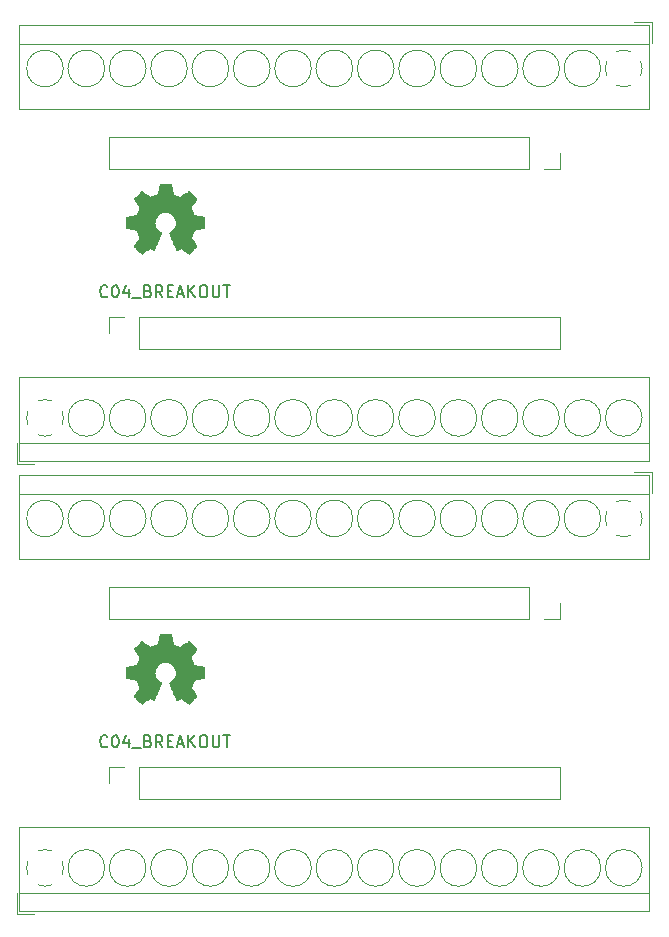
<source format=gbr>
G04 #@! TF.GenerationSoftware,KiCad,Pcbnew,5.1.5-52549c5~86~ubuntu18.04.1*
G04 #@! TF.CreationDate,2020-09-14T14:07:13-05:00*
G04 #@! TF.ProjectId,,58585858-5858-4585-9858-585858585858,rev?*
G04 #@! TF.SameCoordinates,Original*
G04 #@! TF.FileFunction,Legend,Top*
G04 #@! TF.FilePolarity,Positive*
%FSLAX46Y46*%
G04 Gerber Fmt 4.6, Leading zero omitted, Abs format (unit mm)*
G04 Created by KiCad (PCBNEW 5.1.5-52549c5~86~ubuntu18.04.1) date 2020-09-14 14:07:13*
%MOMM*%
%LPD*%
G04 APERTURE LIST*
%ADD10C,0.150000*%
%ADD11C,0.120000*%
%ADD12C,0.010000*%
G04 APERTURE END LIST*
D10*
X66667666Y-98121742D02*
X66620047Y-98169361D01*
X66477190Y-98216980D01*
X66381952Y-98216980D01*
X66239095Y-98169361D01*
X66143857Y-98074123D01*
X66096238Y-97978885D01*
X66048619Y-97788409D01*
X66048619Y-97645552D01*
X66096238Y-97455076D01*
X66143857Y-97359838D01*
X66239095Y-97264600D01*
X66381952Y-97216980D01*
X66477190Y-97216980D01*
X66620047Y-97264600D01*
X66667666Y-97312219D01*
X67286714Y-97216980D02*
X67381952Y-97216980D01*
X67477190Y-97264600D01*
X67524809Y-97312219D01*
X67572428Y-97407457D01*
X67620047Y-97597933D01*
X67620047Y-97836028D01*
X67572428Y-98026504D01*
X67524809Y-98121742D01*
X67477190Y-98169361D01*
X67381952Y-98216980D01*
X67286714Y-98216980D01*
X67191476Y-98169361D01*
X67143857Y-98121742D01*
X67096238Y-98026504D01*
X67048619Y-97836028D01*
X67048619Y-97597933D01*
X67096238Y-97407457D01*
X67143857Y-97312219D01*
X67191476Y-97264600D01*
X67286714Y-97216980D01*
X68477190Y-97550314D02*
X68477190Y-98216980D01*
X68239095Y-97169361D02*
X68001000Y-97883647D01*
X68620047Y-97883647D01*
X68762904Y-98312219D02*
X69524809Y-98312219D01*
X70096238Y-97693171D02*
X70239095Y-97740790D01*
X70286714Y-97788409D01*
X70334333Y-97883647D01*
X70334333Y-98026504D01*
X70286714Y-98121742D01*
X70239095Y-98169361D01*
X70143857Y-98216980D01*
X69762904Y-98216980D01*
X69762904Y-97216980D01*
X70096238Y-97216980D01*
X70191476Y-97264600D01*
X70239095Y-97312219D01*
X70286714Y-97407457D01*
X70286714Y-97502695D01*
X70239095Y-97597933D01*
X70191476Y-97645552D01*
X70096238Y-97693171D01*
X69762904Y-97693171D01*
X71334333Y-98216980D02*
X71001000Y-97740790D01*
X70762904Y-98216980D02*
X70762904Y-97216980D01*
X71143857Y-97216980D01*
X71239095Y-97264600D01*
X71286714Y-97312219D01*
X71334333Y-97407457D01*
X71334333Y-97550314D01*
X71286714Y-97645552D01*
X71239095Y-97693171D01*
X71143857Y-97740790D01*
X70762904Y-97740790D01*
X71762904Y-97693171D02*
X72096238Y-97693171D01*
X72239095Y-98216980D02*
X71762904Y-98216980D01*
X71762904Y-97216980D01*
X72239095Y-97216980D01*
X72620047Y-97931266D02*
X73096238Y-97931266D01*
X72524809Y-98216980D02*
X72858142Y-97216980D01*
X73191476Y-98216980D01*
X73524809Y-98216980D02*
X73524809Y-97216980D01*
X74096238Y-98216980D02*
X73667666Y-97645552D01*
X74096238Y-97216980D02*
X73524809Y-97788409D01*
X74715285Y-97216980D02*
X74905761Y-97216980D01*
X75001000Y-97264600D01*
X75096238Y-97359838D01*
X75143857Y-97550314D01*
X75143857Y-97883647D01*
X75096238Y-98074123D01*
X75001000Y-98169361D01*
X74905761Y-98216980D01*
X74715285Y-98216980D01*
X74620047Y-98169361D01*
X74524809Y-98074123D01*
X74477190Y-97883647D01*
X74477190Y-97550314D01*
X74524809Y-97359838D01*
X74620047Y-97264600D01*
X74715285Y-97216980D01*
X75572428Y-97216980D02*
X75572428Y-98026504D01*
X75620047Y-98121742D01*
X75667666Y-98169361D01*
X75762904Y-98216980D01*
X75953380Y-98216980D01*
X76048619Y-98169361D01*
X76096238Y-98121742D01*
X76143857Y-98026504D01*
X76143857Y-97216980D01*
X76477190Y-97216980D02*
X77048619Y-97216980D01*
X76762904Y-98216980D02*
X76762904Y-97216980D01*
X66667666Y-60021742D02*
X66620047Y-60069361D01*
X66477190Y-60116980D01*
X66381952Y-60116980D01*
X66239095Y-60069361D01*
X66143857Y-59974123D01*
X66096238Y-59878885D01*
X66048619Y-59688409D01*
X66048619Y-59545552D01*
X66096238Y-59355076D01*
X66143857Y-59259838D01*
X66239095Y-59164600D01*
X66381952Y-59116980D01*
X66477190Y-59116980D01*
X66620047Y-59164600D01*
X66667666Y-59212219D01*
X67286714Y-59116980D02*
X67381952Y-59116980D01*
X67477190Y-59164600D01*
X67524809Y-59212219D01*
X67572428Y-59307457D01*
X67620047Y-59497933D01*
X67620047Y-59736028D01*
X67572428Y-59926504D01*
X67524809Y-60021742D01*
X67477190Y-60069361D01*
X67381952Y-60116980D01*
X67286714Y-60116980D01*
X67191476Y-60069361D01*
X67143857Y-60021742D01*
X67096238Y-59926504D01*
X67048619Y-59736028D01*
X67048619Y-59497933D01*
X67096238Y-59307457D01*
X67143857Y-59212219D01*
X67191476Y-59164600D01*
X67286714Y-59116980D01*
X68477190Y-59450314D02*
X68477190Y-60116980D01*
X68239095Y-59069361D02*
X68001000Y-59783647D01*
X68620047Y-59783647D01*
X68762904Y-60212219D02*
X69524809Y-60212219D01*
X70096238Y-59593171D02*
X70239095Y-59640790D01*
X70286714Y-59688409D01*
X70334333Y-59783647D01*
X70334333Y-59926504D01*
X70286714Y-60021742D01*
X70239095Y-60069361D01*
X70143857Y-60116980D01*
X69762904Y-60116980D01*
X69762904Y-59116980D01*
X70096238Y-59116980D01*
X70191476Y-59164600D01*
X70239095Y-59212219D01*
X70286714Y-59307457D01*
X70286714Y-59402695D01*
X70239095Y-59497933D01*
X70191476Y-59545552D01*
X70096238Y-59593171D01*
X69762904Y-59593171D01*
X71334333Y-60116980D02*
X71001000Y-59640790D01*
X70762904Y-60116980D02*
X70762904Y-59116980D01*
X71143857Y-59116980D01*
X71239095Y-59164600D01*
X71286714Y-59212219D01*
X71334333Y-59307457D01*
X71334333Y-59450314D01*
X71286714Y-59545552D01*
X71239095Y-59593171D01*
X71143857Y-59640790D01*
X70762904Y-59640790D01*
X71762904Y-59593171D02*
X72096238Y-59593171D01*
X72239095Y-60116980D02*
X71762904Y-60116980D01*
X71762904Y-59116980D01*
X72239095Y-59116980D01*
X72620047Y-59831266D02*
X73096238Y-59831266D01*
X72524809Y-60116980D02*
X72858142Y-59116980D01*
X73191476Y-60116980D01*
X73524809Y-60116980D02*
X73524809Y-59116980D01*
X74096238Y-60116980D02*
X73667666Y-59545552D01*
X74096238Y-59116980D02*
X73524809Y-59688409D01*
X74715285Y-59116980D02*
X74905761Y-59116980D01*
X75001000Y-59164600D01*
X75096238Y-59259838D01*
X75143857Y-59450314D01*
X75143857Y-59783647D01*
X75096238Y-59974123D01*
X75001000Y-60069361D01*
X74905761Y-60116980D01*
X74715285Y-60116980D01*
X74620047Y-60069361D01*
X74524809Y-59974123D01*
X74477190Y-59783647D01*
X74477190Y-59450314D01*
X74524809Y-59259838D01*
X74620047Y-59164600D01*
X74715285Y-59116980D01*
X75572428Y-59116980D02*
X75572428Y-59926504D01*
X75620047Y-60021742D01*
X75667666Y-60069361D01*
X75762904Y-60116980D01*
X75953380Y-60116980D01*
X76048619Y-60069361D01*
X76096238Y-60021742D01*
X76143857Y-59926504D01*
X76143857Y-59116980D01*
X76477190Y-59116980D02*
X77048619Y-59116980D01*
X76762904Y-60116980D02*
X76762904Y-59116980D01*
D11*
X109780013Y-77410215D02*
G75*
G02X110387600Y-77286600I607587J-1431385D01*
G01*
X108955491Y-79449342D02*
G75*
G02X108955600Y-78233600I1432109J607742D01*
G01*
X110995342Y-80273709D02*
G75*
G02X109779600Y-80273600I-607742J1432109D01*
G01*
X111819709Y-78233858D02*
G75*
G02X111819600Y-79449600I-1432109J-607742D01*
G01*
X110360589Y-77286108D02*
G75*
G02X110995600Y-77409600I27011J-1555492D01*
G01*
X108442600Y-78841600D02*
G75*
G03X108442600Y-78841600I-1555000J0D01*
G01*
X104942600Y-78841600D02*
G75*
G03X104942600Y-78841600I-1555000J0D01*
G01*
X101442600Y-78841600D02*
G75*
G03X101442600Y-78841600I-1555000J0D01*
G01*
X97942600Y-78841600D02*
G75*
G03X97942600Y-78841600I-1555000J0D01*
G01*
X94442600Y-78841600D02*
G75*
G03X94442600Y-78841600I-1555000J0D01*
G01*
X90942600Y-78841600D02*
G75*
G03X90942600Y-78841600I-1555000J0D01*
G01*
X87442600Y-78841600D02*
G75*
G03X87442600Y-78841600I-1555000J0D01*
G01*
X83942600Y-78841600D02*
G75*
G03X83942600Y-78841600I-1555000J0D01*
G01*
X80442600Y-78841600D02*
G75*
G03X80442600Y-78841600I-1555000J0D01*
G01*
X76942600Y-78841600D02*
G75*
G03X76942600Y-78841600I-1555000J0D01*
G01*
X73442600Y-78841600D02*
G75*
G03X73442600Y-78841600I-1555000J0D01*
G01*
X69942600Y-78841600D02*
G75*
G03X69942600Y-78841600I-1555000J0D01*
G01*
X66442600Y-78841600D02*
G75*
G03X66442600Y-78841600I-1555000J0D01*
G01*
X62942600Y-78841600D02*
G75*
G03X62942600Y-78841600I-1555000J0D01*
G01*
X112547600Y-76741600D02*
X59227600Y-76741600D01*
X112547600Y-82301600D02*
X59227600Y-82301600D01*
X112547600Y-75181600D02*
X59227600Y-75181600D01*
X112547600Y-82301600D02*
X112547600Y-75181600D01*
X59227600Y-82301600D02*
X59227600Y-75181600D01*
X112787600Y-76681600D02*
X112787600Y-74941600D01*
X112787600Y-74941600D02*
X111287600Y-74941600D01*
X102397600Y-84684600D02*
X102397600Y-87344600D01*
X102397600Y-84684600D02*
X66777600Y-84684600D01*
X66777600Y-84684600D02*
X66777600Y-87344600D01*
X102397600Y-87344600D02*
X66777600Y-87344600D01*
X104997600Y-87344600D02*
X103667600Y-87344600D01*
X104997600Y-86014600D02*
X104997600Y-87344600D01*
X61995187Y-109858985D02*
G75*
G02X61387600Y-109982600I-607587J1431385D01*
G01*
X62819709Y-107819858D02*
G75*
G02X62819600Y-109035600I-1432109J-607742D01*
G01*
X60779858Y-106995491D02*
G75*
G02X61995600Y-106995600I607742J-1432109D01*
G01*
X59955491Y-109035342D02*
G75*
G02X59955600Y-107819600I1432109J607742D01*
G01*
X61414611Y-109983092D02*
G75*
G02X60779600Y-109859600I-27011J1555492D01*
G01*
X66442600Y-108427600D02*
G75*
G03X66442600Y-108427600I-1555000J0D01*
G01*
X69942600Y-108427600D02*
G75*
G03X69942600Y-108427600I-1555000J0D01*
G01*
X73442600Y-108427600D02*
G75*
G03X73442600Y-108427600I-1555000J0D01*
G01*
X76942600Y-108427600D02*
G75*
G03X76942600Y-108427600I-1555000J0D01*
G01*
X80442600Y-108427600D02*
G75*
G03X80442600Y-108427600I-1555000J0D01*
G01*
X83942600Y-108427600D02*
G75*
G03X83942600Y-108427600I-1555000J0D01*
G01*
X87442600Y-108427600D02*
G75*
G03X87442600Y-108427600I-1555000J0D01*
G01*
X90942600Y-108427600D02*
G75*
G03X90942600Y-108427600I-1555000J0D01*
G01*
X94442600Y-108427600D02*
G75*
G03X94442600Y-108427600I-1555000J0D01*
G01*
X97942600Y-108427600D02*
G75*
G03X97942600Y-108427600I-1555000J0D01*
G01*
X101442600Y-108427600D02*
G75*
G03X101442600Y-108427600I-1555000J0D01*
G01*
X104942600Y-108427600D02*
G75*
G03X104942600Y-108427600I-1555000J0D01*
G01*
X108442600Y-108427600D02*
G75*
G03X108442600Y-108427600I-1555000J0D01*
G01*
X111942600Y-108427600D02*
G75*
G03X111942600Y-108427600I-1555000J0D01*
G01*
X59227600Y-110527600D02*
X112547600Y-110527600D01*
X59227600Y-104967600D02*
X112547600Y-104967600D01*
X59227600Y-112087600D02*
X112547600Y-112087600D01*
X59227600Y-104967600D02*
X59227600Y-112087600D01*
X112547600Y-104967600D02*
X112547600Y-112087600D01*
X58987600Y-110587600D02*
X58987600Y-112327600D01*
X58987600Y-112327600D02*
X60487600Y-112327600D01*
X69377600Y-102584600D02*
X69377600Y-99924600D01*
X69377600Y-102584600D02*
X104997600Y-102584600D01*
X104997600Y-102584600D02*
X104997600Y-99924600D01*
X69377600Y-99924600D02*
X104997600Y-99924600D01*
X66777600Y-99924600D02*
X68107600Y-99924600D01*
X66777600Y-101254600D02*
X66777600Y-99924600D01*
D12*
G36*
X72107614Y-89035931D02*
G01*
X72191435Y-89480555D01*
X72500720Y-89608053D01*
X72810006Y-89735551D01*
X73181046Y-89483246D01*
X73284957Y-89412996D01*
X73378887Y-89350272D01*
X73458452Y-89297938D01*
X73519270Y-89258857D01*
X73556957Y-89235893D01*
X73567221Y-89230942D01*
X73585710Y-89243676D01*
X73625220Y-89278882D01*
X73681322Y-89332062D01*
X73749587Y-89398718D01*
X73825586Y-89474354D01*
X73904892Y-89554472D01*
X73983075Y-89634574D01*
X74055707Y-89710164D01*
X74118359Y-89776745D01*
X74166603Y-89829818D01*
X74196010Y-89864887D01*
X74203041Y-89876623D01*
X74192923Y-89898260D01*
X74164559Y-89945662D01*
X74120929Y-90014193D01*
X74065018Y-90099215D01*
X73999806Y-90196093D01*
X73962019Y-90251350D01*
X73893143Y-90352248D01*
X73831940Y-90443299D01*
X73781378Y-90519970D01*
X73744428Y-90577728D01*
X73724058Y-90612043D01*
X73720997Y-90619254D01*
X73727936Y-90639748D01*
X73746851Y-90687513D01*
X73774887Y-90755832D01*
X73809191Y-90837989D01*
X73846909Y-90927270D01*
X73885187Y-91016958D01*
X73921170Y-91100338D01*
X73952006Y-91170694D01*
X73974839Y-91221310D01*
X73986817Y-91245471D01*
X73987524Y-91246422D01*
X74006331Y-91251036D01*
X74056418Y-91261328D01*
X74132593Y-91276287D01*
X74229665Y-91294901D01*
X74342443Y-91316159D01*
X74408242Y-91328418D01*
X74528750Y-91351362D01*
X74637597Y-91373195D01*
X74729276Y-91392722D01*
X74798281Y-91408748D01*
X74839104Y-91420079D01*
X74847311Y-91423674D01*
X74855348Y-91448006D01*
X74861833Y-91502959D01*
X74866770Y-91582108D01*
X74870164Y-91679026D01*
X74872018Y-91787287D01*
X74872338Y-91900465D01*
X74871127Y-92012135D01*
X74868390Y-92115868D01*
X74864131Y-92205241D01*
X74858355Y-92273826D01*
X74851067Y-92315197D01*
X74846695Y-92323810D01*
X74820564Y-92334133D01*
X74765193Y-92348892D01*
X74687907Y-92366352D01*
X74596030Y-92384780D01*
X74563958Y-92390741D01*
X74409324Y-92419066D01*
X74287175Y-92441876D01*
X74193473Y-92460080D01*
X74124184Y-92474583D01*
X74075271Y-92486292D01*
X74042697Y-92496115D01*
X74022428Y-92504956D01*
X74010426Y-92513724D01*
X74008747Y-92515457D01*
X73991984Y-92543371D01*
X73966414Y-92597695D01*
X73934588Y-92671777D01*
X73899060Y-92758965D01*
X73862383Y-92852608D01*
X73827111Y-92946052D01*
X73795796Y-93032647D01*
X73770993Y-93105740D01*
X73755254Y-93158678D01*
X73751132Y-93184811D01*
X73751476Y-93185726D01*
X73765441Y-93207086D01*
X73797122Y-93254084D01*
X73843191Y-93321827D01*
X73900318Y-93405423D01*
X73965173Y-93499982D01*
X73983643Y-93526854D01*
X74049499Y-93624275D01*
X74107450Y-93713163D01*
X74154338Y-93788412D01*
X74187007Y-93844920D01*
X74202300Y-93877581D01*
X74203041Y-93881593D01*
X74190192Y-93902684D01*
X74154688Y-93944464D01*
X74101093Y-94002445D01*
X74033971Y-94072135D01*
X73957887Y-94149045D01*
X73877404Y-94228683D01*
X73797087Y-94306561D01*
X73721499Y-94378186D01*
X73655205Y-94439070D01*
X73602769Y-94484721D01*
X73568755Y-94510650D01*
X73559345Y-94514883D01*
X73537443Y-94504912D01*
X73492600Y-94478020D01*
X73432121Y-94438736D01*
X73385589Y-94407117D01*
X73301275Y-94349098D01*
X73201426Y-94280784D01*
X73101273Y-94212579D01*
X73047427Y-94176075D01*
X72865171Y-94052800D01*
X72712181Y-94135520D01*
X72642482Y-94171759D01*
X72583214Y-94199926D01*
X72543111Y-94215991D01*
X72532903Y-94218226D01*
X72520629Y-94201722D01*
X72496413Y-94155082D01*
X72462063Y-94082609D01*
X72419388Y-93988606D01*
X72370194Y-93877374D01*
X72316290Y-93753215D01*
X72259484Y-93620432D01*
X72201582Y-93483327D01*
X72144393Y-93346202D01*
X72089724Y-93213358D01*
X72039384Y-93089098D01*
X71995180Y-92977725D01*
X71958919Y-92883539D01*
X71932409Y-92810844D01*
X71917458Y-92763941D01*
X71915054Y-92747833D01*
X71934111Y-92727286D01*
X71975836Y-92693933D01*
X72031506Y-92654702D01*
X72036178Y-92651599D01*
X72180064Y-92536423D01*
X72296083Y-92402053D01*
X72383230Y-92252784D01*
X72440499Y-92092913D01*
X72466886Y-91926737D01*
X72461385Y-91758552D01*
X72422990Y-91592655D01*
X72350695Y-91433342D01*
X72329426Y-91398487D01*
X72218796Y-91257737D01*
X72088102Y-91144714D01*
X71941864Y-91060003D01*
X71784608Y-91004194D01*
X71620857Y-90977874D01*
X71455133Y-90981630D01*
X71291962Y-91016050D01*
X71135865Y-91081723D01*
X70991367Y-91179235D01*
X70946669Y-91218813D01*
X70832912Y-91342703D01*
X70750018Y-91473124D01*
X70693156Y-91619315D01*
X70661487Y-91764088D01*
X70653669Y-91926860D01*
X70679738Y-92090440D01*
X70737045Y-92249298D01*
X70822944Y-92397906D01*
X70934786Y-92530735D01*
X71069923Y-92642256D01*
X71087683Y-92654011D01*
X71143950Y-92692508D01*
X71186723Y-92725863D01*
X71207172Y-92747160D01*
X71207469Y-92747833D01*
X71203079Y-92770871D01*
X71185676Y-92823157D01*
X71157068Y-92900390D01*
X71119065Y-92998268D01*
X71073474Y-93112491D01*
X71022103Y-93238758D01*
X70966762Y-93372767D01*
X70909258Y-93510218D01*
X70851401Y-93646808D01*
X70794998Y-93778237D01*
X70741858Y-93900205D01*
X70693790Y-94008409D01*
X70652601Y-94098549D01*
X70620101Y-94166323D01*
X70598097Y-94207430D01*
X70589236Y-94218226D01*
X70562160Y-94209819D01*
X70511497Y-94187272D01*
X70445983Y-94154613D01*
X70409959Y-94135520D01*
X70256968Y-94052800D01*
X70074712Y-94176075D01*
X69981675Y-94239228D01*
X69879815Y-94308727D01*
X69784362Y-94374165D01*
X69736550Y-94407117D01*
X69669305Y-94452273D01*
X69612364Y-94488057D01*
X69573154Y-94509938D01*
X69560419Y-94514563D01*
X69541883Y-94502085D01*
X69500859Y-94467252D01*
X69441325Y-94413678D01*
X69367258Y-94344983D01*
X69282635Y-94264781D01*
X69229115Y-94213286D01*
X69135481Y-94121286D01*
X69054559Y-94038999D01*
X68989623Y-93969945D01*
X68943942Y-93917644D01*
X68920789Y-93885616D01*
X68918568Y-93879116D01*
X68928876Y-93854394D01*
X68957361Y-93804405D01*
X69000863Y-93734212D01*
X69056223Y-93648875D01*
X69120280Y-93553456D01*
X69138497Y-93526854D01*
X69204873Y-93430167D01*
X69264422Y-93343117D01*
X69313816Y-93270595D01*
X69349725Y-93217493D01*
X69368819Y-93188703D01*
X69370664Y-93185726D01*
X69367905Y-93162782D01*
X69353262Y-93112336D01*
X69329287Y-93041041D01*
X69298534Y-92955547D01*
X69263556Y-92862507D01*
X69226907Y-92768574D01*
X69191139Y-92680399D01*
X69158806Y-92604634D01*
X69132462Y-92547931D01*
X69114658Y-92516943D01*
X69113393Y-92515457D01*
X69102506Y-92506601D01*
X69084118Y-92497843D01*
X69054194Y-92488277D01*
X69008697Y-92476996D01*
X68943591Y-92463093D01*
X68854839Y-92445663D01*
X68738407Y-92423798D01*
X68590258Y-92396591D01*
X68558182Y-92390741D01*
X68463114Y-92372374D01*
X68380235Y-92354405D01*
X68316870Y-92338569D01*
X68280342Y-92326600D01*
X68275444Y-92323810D01*
X68267373Y-92299072D01*
X68260813Y-92243790D01*
X68255767Y-92164389D01*
X68252241Y-92067296D01*
X68250239Y-91958938D01*
X68249764Y-91845740D01*
X68250823Y-91734128D01*
X68253418Y-91630529D01*
X68257554Y-91541368D01*
X68263237Y-91473072D01*
X68270469Y-91432066D01*
X68274829Y-91423674D01*
X68299102Y-91415208D01*
X68354374Y-91401435D01*
X68435138Y-91383550D01*
X68535888Y-91362748D01*
X68651117Y-91340223D01*
X68713898Y-91328418D01*
X68833013Y-91306151D01*
X68939235Y-91285979D01*
X69027373Y-91268915D01*
X69092234Y-91255969D01*
X69128626Y-91248155D01*
X69134616Y-91246422D01*
X69144739Y-91226890D01*
X69166138Y-91179843D01*
X69195961Y-91112003D01*
X69231355Y-91030091D01*
X69269468Y-90940828D01*
X69307447Y-90850935D01*
X69342440Y-90767135D01*
X69371594Y-90696147D01*
X69392057Y-90644694D01*
X69400977Y-90619497D01*
X69401143Y-90618396D01*
X69391031Y-90598519D01*
X69362683Y-90552777D01*
X69319077Y-90485717D01*
X69263194Y-90401884D01*
X69198013Y-90305826D01*
X69160121Y-90250650D01*
X69091075Y-90149481D01*
X69029750Y-90057630D01*
X68979137Y-89979744D01*
X68942229Y-89920469D01*
X68922018Y-89884451D01*
X68919099Y-89876377D01*
X68931647Y-89857584D01*
X68966337Y-89817457D01*
X69018737Y-89760493D01*
X69084416Y-89691185D01*
X69158944Y-89614031D01*
X69237887Y-89533525D01*
X69316817Y-89454163D01*
X69391300Y-89380440D01*
X69456906Y-89316852D01*
X69509204Y-89267894D01*
X69543761Y-89238061D01*
X69555322Y-89230942D01*
X69574146Y-89240953D01*
X69619169Y-89269078D01*
X69686013Y-89312454D01*
X69770301Y-89368218D01*
X69867656Y-89433506D01*
X69941093Y-89483246D01*
X70312133Y-89735551D01*
X70930705Y-89480555D01*
X71014525Y-89035931D01*
X71098346Y-88591307D01*
X72023794Y-88591307D01*
X72107614Y-89035931D01*
G37*
X72107614Y-89035931D02*
X72191435Y-89480555D01*
X72500720Y-89608053D01*
X72810006Y-89735551D01*
X73181046Y-89483246D01*
X73284957Y-89412996D01*
X73378887Y-89350272D01*
X73458452Y-89297938D01*
X73519270Y-89258857D01*
X73556957Y-89235893D01*
X73567221Y-89230942D01*
X73585710Y-89243676D01*
X73625220Y-89278882D01*
X73681322Y-89332062D01*
X73749587Y-89398718D01*
X73825586Y-89474354D01*
X73904892Y-89554472D01*
X73983075Y-89634574D01*
X74055707Y-89710164D01*
X74118359Y-89776745D01*
X74166603Y-89829818D01*
X74196010Y-89864887D01*
X74203041Y-89876623D01*
X74192923Y-89898260D01*
X74164559Y-89945662D01*
X74120929Y-90014193D01*
X74065018Y-90099215D01*
X73999806Y-90196093D01*
X73962019Y-90251350D01*
X73893143Y-90352248D01*
X73831940Y-90443299D01*
X73781378Y-90519970D01*
X73744428Y-90577728D01*
X73724058Y-90612043D01*
X73720997Y-90619254D01*
X73727936Y-90639748D01*
X73746851Y-90687513D01*
X73774887Y-90755832D01*
X73809191Y-90837989D01*
X73846909Y-90927270D01*
X73885187Y-91016958D01*
X73921170Y-91100338D01*
X73952006Y-91170694D01*
X73974839Y-91221310D01*
X73986817Y-91245471D01*
X73987524Y-91246422D01*
X74006331Y-91251036D01*
X74056418Y-91261328D01*
X74132593Y-91276287D01*
X74229665Y-91294901D01*
X74342443Y-91316159D01*
X74408242Y-91328418D01*
X74528750Y-91351362D01*
X74637597Y-91373195D01*
X74729276Y-91392722D01*
X74798281Y-91408748D01*
X74839104Y-91420079D01*
X74847311Y-91423674D01*
X74855348Y-91448006D01*
X74861833Y-91502959D01*
X74866770Y-91582108D01*
X74870164Y-91679026D01*
X74872018Y-91787287D01*
X74872338Y-91900465D01*
X74871127Y-92012135D01*
X74868390Y-92115868D01*
X74864131Y-92205241D01*
X74858355Y-92273826D01*
X74851067Y-92315197D01*
X74846695Y-92323810D01*
X74820564Y-92334133D01*
X74765193Y-92348892D01*
X74687907Y-92366352D01*
X74596030Y-92384780D01*
X74563958Y-92390741D01*
X74409324Y-92419066D01*
X74287175Y-92441876D01*
X74193473Y-92460080D01*
X74124184Y-92474583D01*
X74075271Y-92486292D01*
X74042697Y-92496115D01*
X74022428Y-92504956D01*
X74010426Y-92513724D01*
X74008747Y-92515457D01*
X73991984Y-92543371D01*
X73966414Y-92597695D01*
X73934588Y-92671777D01*
X73899060Y-92758965D01*
X73862383Y-92852608D01*
X73827111Y-92946052D01*
X73795796Y-93032647D01*
X73770993Y-93105740D01*
X73755254Y-93158678D01*
X73751132Y-93184811D01*
X73751476Y-93185726D01*
X73765441Y-93207086D01*
X73797122Y-93254084D01*
X73843191Y-93321827D01*
X73900318Y-93405423D01*
X73965173Y-93499982D01*
X73983643Y-93526854D01*
X74049499Y-93624275D01*
X74107450Y-93713163D01*
X74154338Y-93788412D01*
X74187007Y-93844920D01*
X74202300Y-93877581D01*
X74203041Y-93881593D01*
X74190192Y-93902684D01*
X74154688Y-93944464D01*
X74101093Y-94002445D01*
X74033971Y-94072135D01*
X73957887Y-94149045D01*
X73877404Y-94228683D01*
X73797087Y-94306561D01*
X73721499Y-94378186D01*
X73655205Y-94439070D01*
X73602769Y-94484721D01*
X73568755Y-94510650D01*
X73559345Y-94514883D01*
X73537443Y-94504912D01*
X73492600Y-94478020D01*
X73432121Y-94438736D01*
X73385589Y-94407117D01*
X73301275Y-94349098D01*
X73201426Y-94280784D01*
X73101273Y-94212579D01*
X73047427Y-94176075D01*
X72865171Y-94052800D01*
X72712181Y-94135520D01*
X72642482Y-94171759D01*
X72583214Y-94199926D01*
X72543111Y-94215991D01*
X72532903Y-94218226D01*
X72520629Y-94201722D01*
X72496413Y-94155082D01*
X72462063Y-94082609D01*
X72419388Y-93988606D01*
X72370194Y-93877374D01*
X72316290Y-93753215D01*
X72259484Y-93620432D01*
X72201582Y-93483327D01*
X72144393Y-93346202D01*
X72089724Y-93213358D01*
X72039384Y-93089098D01*
X71995180Y-92977725D01*
X71958919Y-92883539D01*
X71932409Y-92810844D01*
X71917458Y-92763941D01*
X71915054Y-92747833D01*
X71934111Y-92727286D01*
X71975836Y-92693933D01*
X72031506Y-92654702D01*
X72036178Y-92651599D01*
X72180064Y-92536423D01*
X72296083Y-92402053D01*
X72383230Y-92252784D01*
X72440499Y-92092913D01*
X72466886Y-91926737D01*
X72461385Y-91758552D01*
X72422990Y-91592655D01*
X72350695Y-91433342D01*
X72329426Y-91398487D01*
X72218796Y-91257737D01*
X72088102Y-91144714D01*
X71941864Y-91060003D01*
X71784608Y-91004194D01*
X71620857Y-90977874D01*
X71455133Y-90981630D01*
X71291962Y-91016050D01*
X71135865Y-91081723D01*
X70991367Y-91179235D01*
X70946669Y-91218813D01*
X70832912Y-91342703D01*
X70750018Y-91473124D01*
X70693156Y-91619315D01*
X70661487Y-91764088D01*
X70653669Y-91926860D01*
X70679738Y-92090440D01*
X70737045Y-92249298D01*
X70822944Y-92397906D01*
X70934786Y-92530735D01*
X71069923Y-92642256D01*
X71087683Y-92654011D01*
X71143950Y-92692508D01*
X71186723Y-92725863D01*
X71207172Y-92747160D01*
X71207469Y-92747833D01*
X71203079Y-92770871D01*
X71185676Y-92823157D01*
X71157068Y-92900390D01*
X71119065Y-92998268D01*
X71073474Y-93112491D01*
X71022103Y-93238758D01*
X70966762Y-93372767D01*
X70909258Y-93510218D01*
X70851401Y-93646808D01*
X70794998Y-93778237D01*
X70741858Y-93900205D01*
X70693790Y-94008409D01*
X70652601Y-94098549D01*
X70620101Y-94166323D01*
X70598097Y-94207430D01*
X70589236Y-94218226D01*
X70562160Y-94209819D01*
X70511497Y-94187272D01*
X70445983Y-94154613D01*
X70409959Y-94135520D01*
X70256968Y-94052800D01*
X70074712Y-94176075D01*
X69981675Y-94239228D01*
X69879815Y-94308727D01*
X69784362Y-94374165D01*
X69736550Y-94407117D01*
X69669305Y-94452273D01*
X69612364Y-94488057D01*
X69573154Y-94509938D01*
X69560419Y-94514563D01*
X69541883Y-94502085D01*
X69500859Y-94467252D01*
X69441325Y-94413678D01*
X69367258Y-94344983D01*
X69282635Y-94264781D01*
X69229115Y-94213286D01*
X69135481Y-94121286D01*
X69054559Y-94038999D01*
X68989623Y-93969945D01*
X68943942Y-93917644D01*
X68920789Y-93885616D01*
X68918568Y-93879116D01*
X68928876Y-93854394D01*
X68957361Y-93804405D01*
X69000863Y-93734212D01*
X69056223Y-93648875D01*
X69120280Y-93553456D01*
X69138497Y-93526854D01*
X69204873Y-93430167D01*
X69264422Y-93343117D01*
X69313816Y-93270595D01*
X69349725Y-93217493D01*
X69368819Y-93188703D01*
X69370664Y-93185726D01*
X69367905Y-93162782D01*
X69353262Y-93112336D01*
X69329287Y-93041041D01*
X69298534Y-92955547D01*
X69263556Y-92862507D01*
X69226907Y-92768574D01*
X69191139Y-92680399D01*
X69158806Y-92604634D01*
X69132462Y-92547931D01*
X69114658Y-92516943D01*
X69113393Y-92515457D01*
X69102506Y-92506601D01*
X69084118Y-92497843D01*
X69054194Y-92488277D01*
X69008697Y-92476996D01*
X68943591Y-92463093D01*
X68854839Y-92445663D01*
X68738407Y-92423798D01*
X68590258Y-92396591D01*
X68558182Y-92390741D01*
X68463114Y-92372374D01*
X68380235Y-92354405D01*
X68316870Y-92338569D01*
X68280342Y-92326600D01*
X68275444Y-92323810D01*
X68267373Y-92299072D01*
X68260813Y-92243790D01*
X68255767Y-92164389D01*
X68252241Y-92067296D01*
X68250239Y-91958938D01*
X68249764Y-91845740D01*
X68250823Y-91734128D01*
X68253418Y-91630529D01*
X68257554Y-91541368D01*
X68263237Y-91473072D01*
X68270469Y-91432066D01*
X68274829Y-91423674D01*
X68299102Y-91415208D01*
X68354374Y-91401435D01*
X68435138Y-91383550D01*
X68535888Y-91362748D01*
X68651117Y-91340223D01*
X68713898Y-91328418D01*
X68833013Y-91306151D01*
X68939235Y-91285979D01*
X69027373Y-91268915D01*
X69092234Y-91255969D01*
X69128626Y-91248155D01*
X69134616Y-91246422D01*
X69144739Y-91226890D01*
X69166138Y-91179843D01*
X69195961Y-91112003D01*
X69231355Y-91030091D01*
X69269468Y-90940828D01*
X69307447Y-90850935D01*
X69342440Y-90767135D01*
X69371594Y-90696147D01*
X69392057Y-90644694D01*
X69400977Y-90619497D01*
X69401143Y-90618396D01*
X69391031Y-90598519D01*
X69362683Y-90552777D01*
X69319077Y-90485717D01*
X69263194Y-90401884D01*
X69198013Y-90305826D01*
X69160121Y-90250650D01*
X69091075Y-90149481D01*
X69029750Y-90057630D01*
X68979137Y-89979744D01*
X68942229Y-89920469D01*
X68922018Y-89884451D01*
X68919099Y-89876377D01*
X68931647Y-89857584D01*
X68966337Y-89817457D01*
X69018737Y-89760493D01*
X69084416Y-89691185D01*
X69158944Y-89614031D01*
X69237887Y-89533525D01*
X69316817Y-89454163D01*
X69391300Y-89380440D01*
X69456906Y-89316852D01*
X69509204Y-89267894D01*
X69543761Y-89238061D01*
X69555322Y-89230942D01*
X69574146Y-89240953D01*
X69619169Y-89269078D01*
X69686013Y-89312454D01*
X69770301Y-89368218D01*
X69867656Y-89433506D01*
X69941093Y-89483246D01*
X70312133Y-89735551D01*
X70930705Y-89480555D01*
X71014525Y-89035931D01*
X71098346Y-88591307D01*
X72023794Y-88591307D01*
X72107614Y-89035931D01*
G36*
X72107614Y-50935931D02*
G01*
X72191435Y-51380555D01*
X72500720Y-51508053D01*
X72810006Y-51635551D01*
X73181046Y-51383246D01*
X73284957Y-51312996D01*
X73378887Y-51250272D01*
X73458452Y-51197938D01*
X73519270Y-51158857D01*
X73556957Y-51135893D01*
X73567221Y-51130942D01*
X73585710Y-51143676D01*
X73625220Y-51178882D01*
X73681322Y-51232062D01*
X73749587Y-51298718D01*
X73825586Y-51374354D01*
X73904892Y-51454472D01*
X73983075Y-51534574D01*
X74055707Y-51610164D01*
X74118359Y-51676745D01*
X74166603Y-51729818D01*
X74196010Y-51764887D01*
X74203041Y-51776623D01*
X74192923Y-51798260D01*
X74164559Y-51845662D01*
X74120929Y-51914193D01*
X74065018Y-51999215D01*
X73999806Y-52096093D01*
X73962019Y-52151350D01*
X73893143Y-52252248D01*
X73831940Y-52343299D01*
X73781378Y-52419970D01*
X73744428Y-52477728D01*
X73724058Y-52512043D01*
X73720997Y-52519254D01*
X73727936Y-52539748D01*
X73746851Y-52587513D01*
X73774887Y-52655832D01*
X73809191Y-52737989D01*
X73846909Y-52827270D01*
X73885187Y-52916958D01*
X73921170Y-53000338D01*
X73952006Y-53070694D01*
X73974839Y-53121310D01*
X73986817Y-53145471D01*
X73987524Y-53146422D01*
X74006331Y-53151036D01*
X74056418Y-53161328D01*
X74132593Y-53176287D01*
X74229665Y-53194901D01*
X74342443Y-53216159D01*
X74408242Y-53228418D01*
X74528750Y-53251362D01*
X74637597Y-53273195D01*
X74729276Y-53292722D01*
X74798281Y-53308748D01*
X74839104Y-53320079D01*
X74847311Y-53323674D01*
X74855348Y-53348006D01*
X74861833Y-53402959D01*
X74866770Y-53482108D01*
X74870164Y-53579026D01*
X74872018Y-53687287D01*
X74872338Y-53800465D01*
X74871127Y-53912135D01*
X74868390Y-54015868D01*
X74864131Y-54105241D01*
X74858355Y-54173826D01*
X74851067Y-54215197D01*
X74846695Y-54223810D01*
X74820564Y-54234133D01*
X74765193Y-54248892D01*
X74687907Y-54266352D01*
X74596030Y-54284780D01*
X74563958Y-54290741D01*
X74409324Y-54319066D01*
X74287175Y-54341876D01*
X74193473Y-54360080D01*
X74124184Y-54374583D01*
X74075271Y-54386292D01*
X74042697Y-54396115D01*
X74022428Y-54404956D01*
X74010426Y-54413724D01*
X74008747Y-54415457D01*
X73991984Y-54443371D01*
X73966414Y-54497695D01*
X73934588Y-54571777D01*
X73899060Y-54658965D01*
X73862383Y-54752608D01*
X73827111Y-54846052D01*
X73795796Y-54932647D01*
X73770993Y-55005740D01*
X73755254Y-55058678D01*
X73751132Y-55084811D01*
X73751476Y-55085726D01*
X73765441Y-55107086D01*
X73797122Y-55154084D01*
X73843191Y-55221827D01*
X73900318Y-55305423D01*
X73965173Y-55399982D01*
X73983643Y-55426854D01*
X74049499Y-55524275D01*
X74107450Y-55613163D01*
X74154338Y-55688412D01*
X74187007Y-55744920D01*
X74202300Y-55777581D01*
X74203041Y-55781593D01*
X74190192Y-55802684D01*
X74154688Y-55844464D01*
X74101093Y-55902445D01*
X74033971Y-55972135D01*
X73957887Y-56049045D01*
X73877404Y-56128683D01*
X73797087Y-56206561D01*
X73721499Y-56278186D01*
X73655205Y-56339070D01*
X73602769Y-56384721D01*
X73568755Y-56410650D01*
X73559345Y-56414883D01*
X73537443Y-56404912D01*
X73492600Y-56378020D01*
X73432121Y-56338736D01*
X73385589Y-56307117D01*
X73301275Y-56249098D01*
X73201426Y-56180784D01*
X73101273Y-56112579D01*
X73047427Y-56076075D01*
X72865171Y-55952800D01*
X72712181Y-56035520D01*
X72642482Y-56071759D01*
X72583214Y-56099926D01*
X72543111Y-56115991D01*
X72532903Y-56118226D01*
X72520629Y-56101722D01*
X72496413Y-56055082D01*
X72462063Y-55982609D01*
X72419388Y-55888606D01*
X72370194Y-55777374D01*
X72316290Y-55653215D01*
X72259484Y-55520432D01*
X72201582Y-55383327D01*
X72144393Y-55246202D01*
X72089724Y-55113358D01*
X72039384Y-54989098D01*
X71995180Y-54877725D01*
X71958919Y-54783539D01*
X71932409Y-54710844D01*
X71917458Y-54663941D01*
X71915054Y-54647833D01*
X71934111Y-54627286D01*
X71975836Y-54593933D01*
X72031506Y-54554702D01*
X72036178Y-54551599D01*
X72180064Y-54436423D01*
X72296083Y-54302053D01*
X72383230Y-54152784D01*
X72440499Y-53992913D01*
X72466886Y-53826737D01*
X72461385Y-53658552D01*
X72422990Y-53492655D01*
X72350695Y-53333342D01*
X72329426Y-53298487D01*
X72218796Y-53157737D01*
X72088102Y-53044714D01*
X71941864Y-52960003D01*
X71784608Y-52904194D01*
X71620857Y-52877874D01*
X71455133Y-52881630D01*
X71291962Y-52916050D01*
X71135865Y-52981723D01*
X70991367Y-53079235D01*
X70946669Y-53118813D01*
X70832912Y-53242703D01*
X70750018Y-53373124D01*
X70693156Y-53519315D01*
X70661487Y-53664088D01*
X70653669Y-53826860D01*
X70679738Y-53990440D01*
X70737045Y-54149298D01*
X70822944Y-54297906D01*
X70934786Y-54430735D01*
X71069923Y-54542256D01*
X71087683Y-54554011D01*
X71143950Y-54592508D01*
X71186723Y-54625863D01*
X71207172Y-54647160D01*
X71207469Y-54647833D01*
X71203079Y-54670871D01*
X71185676Y-54723157D01*
X71157068Y-54800390D01*
X71119065Y-54898268D01*
X71073474Y-55012491D01*
X71022103Y-55138758D01*
X70966762Y-55272767D01*
X70909258Y-55410218D01*
X70851401Y-55546808D01*
X70794998Y-55678237D01*
X70741858Y-55800205D01*
X70693790Y-55908409D01*
X70652601Y-55998549D01*
X70620101Y-56066323D01*
X70598097Y-56107430D01*
X70589236Y-56118226D01*
X70562160Y-56109819D01*
X70511497Y-56087272D01*
X70445983Y-56054613D01*
X70409959Y-56035520D01*
X70256968Y-55952800D01*
X70074712Y-56076075D01*
X69981675Y-56139228D01*
X69879815Y-56208727D01*
X69784362Y-56274165D01*
X69736550Y-56307117D01*
X69669305Y-56352273D01*
X69612364Y-56388057D01*
X69573154Y-56409938D01*
X69560419Y-56414563D01*
X69541883Y-56402085D01*
X69500859Y-56367252D01*
X69441325Y-56313678D01*
X69367258Y-56244983D01*
X69282635Y-56164781D01*
X69229115Y-56113286D01*
X69135481Y-56021286D01*
X69054559Y-55938999D01*
X68989623Y-55869945D01*
X68943942Y-55817644D01*
X68920789Y-55785616D01*
X68918568Y-55779116D01*
X68928876Y-55754394D01*
X68957361Y-55704405D01*
X69000863Y-55634212D01*
X69056223Y-55548875D01*
X69120280Y-55453456D01*
X69138497Y-55426854D01*
X69204873Y-55330167D01*
X69264422Y-55243117D01*
X69313816Y-55170595D01*
X69349725Y-55117493D01*
X69368819Y-55088703D01*
X69370664Y-55085726D01*
X69367905Y-55062782D01*
X69353262Y-55012336D01*
X69329287Y-54941041D01*
X69298534Y-54855547D01*
X69263556Y-54762507D01*
X69226907Y-54668574D01*
X69191139Y-54580399D01*
X69158806Y-54504634D01*
X69132462Y-54447931D01*
X69114658Y-54416943D01*
X69113393Y-54415457D01*
X69102506Y-54406601D01*
X69084118Y-54397843D01*
X69054194Y-54388277D01*
X69008697Y-54376996D01*
X68943591Y-54363093D01*
X68854839Y-54345663D01*
X68738407Y-54323798D01*
X68590258Y-54296591D01*
X68558182Y-54290741D01*
X68463114Y-54272374D01*
X68380235Y-54254405D01*
X68316870Y-54238569D01*
X68280342Y-54226600D01*
X68275444Y-54223810D01*
X68267373Y-54199072D01*
X68260813Y-54143790D01*
X68255767Y-54064389D01*
X68252241Y-53967296D01*
X68250239Y-53858938D01*
X68249764Y-53745740D01*
X68250823Y-53634128D01*
X68253418Y-53530529D01*
X68257554Y-53441368D01*
X68263237Y-53373072D01*
X68270469Y-53332066D01*
X68274829Y-53323674D01*
X68299102Y-53315208D01*
X68354374Y-53301435D01*
X68435138Y-53283550D01*
X68535888Y-53262748D01*
X68651117Y-53240223D01*
X68713898Y-53228418D01*
X68833013Y-53206151D01*
X68939235Y-53185979D01*
X69027373Y-53168915D01*
X69092234Y-53155969D01*
X69128626Y-53148155D01*
X69134616Y-53146422D01*
X69144739Y-53126890D01*
X69166138Y-53079843D01*
X69195961Y-53012003D01*
X69231355Y-52930091D01*
X69269468Y-52840828D01*
X69307447Y-52750935D01*
X69342440Y-52667135D01*
X69371594Y-52596147D01*
X69392057Y-52544694D01*
X69400977Y-52519497D01*
X69401143Y-52518396D01*
X69391031Y-52498519D01*
X69362683Y-52452777D01*
X69319077Y-52385717D01*
X69263194Y-52301884D01*
X69198013Y-52205826D01*
X69160121Y-52150650D01*
X69091075Y-52049481D01*
X69029750Y-51957630D01*
X68979137Y-51879744D01*
X68942229Y-51820469D01*
X68922018Y-51784451D01*
X68919099Y-51776377D01*
X68931647Y-51757584D01*
X68966337Y-51717457D01*
X69018737Y-51660493D01*
X69084416Y-51591185D01*
X69158944Y-51514031D01*
X69237887Y-51433525D01*
X69316817Y-51354163D01*
X69391300Y-51280440D01*
X69456906Y-51216852D01*
X69509204Y-51167894D01*
X69543761Y-51138061D01*
X69555322Y-51130942D01*
X69574146Y-51140953D01*
X69619169Y-51169078D01*
X69686013Y-51212454D01*
X69770301Y-51268218D01*
X69867656Y-51333506D01*
X69941093Y-51383246D01*
X70312133Y-51635551D01*
X70930705Y-51380555D01*
X71014525Y-50935931D01*
X71098346Y-50491307D01*
X72023794Y-50491307D01*
X72107614Y-50935931D01*
G37*
X72107614Y-50935931D02*
X72191435Y-51380555D01*
X72500720Y-51508053D01*
X72810006Y-51635551D01*
X73181046Y-51383246D01*
X73284957Y-51312996D01*
X73378887Y-51250272D01*
X73458452Y-51197938D01*
X73519270Y-51158857D01*
X73556957Y-51135893D01*
X73567221Y-51130942D01*
X73585710Y-51143676D01*
X73625220Y-51178882D01*
X73681322Y-51232062D01*
X73749587Y-51298718D01*
X73825586Y-51374354D01*
X73904892Y-51454472D01*
X73983075Y-51534574D01*
X74055707Y-51610164D01*
X74118359Y-51676745D01*
X74166603Y-51729818D01*
X74196010Y-51764887D01*
X74203041Y-51776623D01*
X74192923Y-51798260D01*
X74164559Y-51845662D01*
X74120929Y-51914193D01*
X74065018Y-51999215D01*
X73999806Y-52096093D01*
X73962019Y-52151350D01*
X73893143Y-52252248D01*
X73831940Y-52343299D01*
X73781378Y-52419970D01*
X73744428Y-52477728D01*
X73724058Y-52512043D01*
X73720997Y-52519254D01*
X73727936Y-52539748D01*
X73746851Y-52587513D01*
X73774887Y-52655832D01*
X73809191Y-52737989D01*
X73846909Y-52827270D01*
X73885187Y-52916958D01*
X73921170Y-53000338D01*
X73952006Y-53070694D01*
X73974839Y-53121310D01*
X73986817Y-53145471D01*
X73987524Y-53146422D01*
X74006331Y-53151036D01*
X74056418Y-53161328D01*
X74132593Y-53176287D01*
X74229665Y-53194901D01*
X74342443Y-53216159D01*
X74408242Y-53228418D01*
X74528750Y-53251362D01*
X74637597Y-53273195D01*
X74729276Y-53292722D01*
X74798281Y-53308748D01*
X74839104Y-53320079D01*
X74847311Y-53323674D01*
X74855348Y-53348006D01*
X74861833Y-53402959D01*
X74866770Y-53482108D01*
X74870164Y-53579026D01*
X74872018Y-53687287D01*
X74872338Y-53800465D01*
X74871127Y-53912135D01*
X74868390Y-54015868D01*
X74864131Y-54105241D01*
X74858355Y-54173826D01*
X74851067Y-54215197D01*
X74846695Y-54223810D01*
X74820564Y-54234133D01*
X74765193Y-54248892D01*
X74687907Y-54266352D01*
X74596030Y-54284780D01*
X74563958Y-54290741D01*
X74409324Y-54319066D01*
X74287175Y-54341876D01*
X74193473Y-54360080D01*
X74124184Y-54374583D01*
X74075271Y-54386292D01*
X74042697Y-54396115D01*
X74022428Y-54404956D01*
X74010426Y-54413724D01*
X74008747Y-54415457D01*
X73991984Y-54443371D01*
X73966414Y-54497695D01*
X73934588Y-54571777D01*
X73899060Y-54658965D01*
X73862383Y-54752608D01*
X73827111Y-54846052D01*
X73795796Y-54932647D01*
X73770993Y-55005740D01*
X73755254Y-55058678D01*
X73751132Y-55084811D01*
X73751476Y-55085726D01*
X73765441Y-55107086D01*
X73797122Y-55154084D01*
X73843191Y-55221827D01*
X73900318Y-55305423D01*
X73965173Y-55399982D01*
X73983643Y-55426854D01*
X74049499Y-55524275D01*
X74107450Y-55613163D01*
X74154338Y-55688412D01*
X74187007Y-55744920D01*
X74202300Y-55777581D01*
X74203041Y-55781593D01*
X74190192Y-55802684D01*
X74154688Y-55844464D01*
X74101093Y-55902445D01*
X74033971Y-55972135D01*
X73957887Y-56049045D01*
X73877404Y-56128683D01*
X73797087Y-56206561D01*
X73721499Y-56278186D01*
X73655205Y-56339070D01*
X73602769Y-56384721D01*
X73568755Y-56410650D01*
X73559345Y-56414883D01*
X73537443Y-56404912D01*
X73492600Y-56378020D01*
X73432121Y-56338736D01*
X73385589Y-56307117D01*
X73301275Y-56249098D01*
X73201426Y-56180784D01*
X73101273Y-56112579D01*
X73047427Y-56076075D01*
X72865171Y-55952800D01*
X72712181Y-56035520D01*
X72642482Y-56071759D01*
X72583214Y-56099926D01*
X72543111Y-56115991D01*
X72532903Y-56118226D01*
X72520629Y-56101722D01*
X72496413Y-56055082D01*
X72462063Y-55982609D01*
X72419388Y-55888606D01*
X72370194Y-55777374D01*
X72316290Y-55653215D01*
X72259484Y-55520432D01*
X72201582Y-55383327D01*
X72144393Y-55246202D01*
X72089724Y-55113358D01*
X72039384Y-54989098D01*
X71995180Y-54877725D01*
X71958919Y-54783539D01*
X71932409Y-54710844D01*
X71917458Y-54663941D01*
X71915054Y-54647833D01*
X71934111Y-54627286D01*
X71975836Y-54593933D01*
X72031506Y-54554702D01*
X72036178Y-54551599D01*
X72180064Y-54436423D01*
X72296083Y-54302053D01*
X72383230Y-54152784D01*
X72440499Y-53992913D01*
X72466886Y-53826737D01*
X72461385Y-53658552D01*
X72422990Y-53492655D01*
X72350695Y-53333342D01*
X72329426Y-53298487D01*
X72218796Y-53157737D01*
X72088102Y-53044714D01*
X71941864Y-52960003D01*
X71784608Y-52904194D01*
X71620857Y-52877874D01*
X71455133Y-52881630D01*
X71291962Y-52916050D01*
X71135865Y-52981723D01*
X70991367Y-53079235D01*
X70946669Y-53118813D01*
X70832912Y-53242703D01*
X70750018Y-53373124D01*
X70693156Y-53519315D01*
X70661487Y-53664088D01*
X70653669Y-53826860D01*
X70679738Y-53990440D01*
X70737045Y-54149298D01*
X70822944Y-54297906D01*
X70934786Y-54430735D01*
X71069923Y-54542256D01*
X71087683Y-54554011D01*
X71143950Y-54592508D01*
X71186723Y-54625863D01*
X71207172Y-54647160D01*
X71207469Y-54647833D01*
X71203079Y-54670871D01*
X71185676Y-54723157D01*
X71157068Y-54800390D01*
X71119065Y-54898268D01*
X71073474Y-55012491D01*
X71022103Y-55138758D01*
X70966762Y-55272767D01*
X70909258Y-55410218D01*
X70851401Y-55546808D01*
X70794998Y-55678237D01*
X70741858Y-55800205D01*
X70693790Y-55908409D01*
X70652601Y-55998549D01*
X70620101Y-56066323D01*
X70598097Y-56107430D01*
X70589236Y-56118226D01*
X70562160Y-56109819D01*
X70511497Y-56087272D01*
X70445983Y-56054613D01*
X70409959Y-56035520D01*
X70256968Y-55952800D01*
X70074712Y-56076075D01*
X69981675Y-56139228D01*
X69879815Y-56208727D01*
X69784362Y-56274165D01*
X69736550Y-56307117D01*
X69669305Y-56352273D01*
X69612364Y-56388057D01*
X69573154Y-56409938D01*
X69560419Y-56414563D01*
X69541883Y-56402085D01*
X69500859Y-56367252D01*
X69441325Y-56313678D01*
X69367258Y-56244983D01*
X69282635Y-56164781D01*
X69229115Y-56113286D01*
X69135481Y-56021286D01*
X69054559Y-55938999D01*
X68989623Y-55869945D01*
X68943942Y-55817644D01*
X68920789Y-55785616D01*
X68918568Y-55779116D01*
X68928876Y-55754394D01*
X68957361Y-55704405D01*
X69000863Y-55634212D01*
X69056223Y-55548875D01*
X69120280Y-55453456D01*
X69138497Y-55426854D01*
X69204873Y-55330167D01*
X69264422Y-55243117D01*
X69313816Y-55170595D01*
X69349725Y-55117493D01*
X69368819Y-55088703D01*
X69370664Y-55085726D01*
X69367905Y-55062782D01*
X69353262Y-55012336D01*
X69329287Y-54941041D01*
X69298534Y-54855547D01*
X69263556Y-54762507D01*
X69226907Y-54668574D01*
X69191139Y-54580399D01*
X69158806Y-54504634D01*
X69132462Y-54447931D01*
X69114658Y-54416943D01*
X69113393Y-54415457D01*
X69102506Y-54406601D01*
X69084118Y-54397843D01*
X69054194Y-54388277D01*
X69008697Y-54376996D01*
X68943591Y-54363093D01*
X68854839Y-54345663D01*
X68738407Y-54323798D01*
X68590258Y-54296591D01*
X68558182Y-54290741D01*
X68463114Y-54272374D01*
X68380235Y-54254405D01*
X68316870Y-54238569D01*
X68280342Y-54226600D01*
X68275444Y-54223810D01*
X68267373Y-54199072D01*
X68260813Y-54143790D01*
X68255767Y-54064389D01*
X68252241Y-53967296D01*
X68250239Y-53858938D01*
X68249764Y-53745740D01*
X68250823Y-53634128D01*
X68253418Y-53530529D01*
X68257554Y-53441368D01*
X68263237Y-53373072D01*
X68270469Y-53332066D01*
X68274829Y-53323674D01*
X68299102Y-53315208D01*
X68354374Y-53301435D01*
X68435138Y-53283550D01*
X68535888Y-53262748D01*
X68651117Y-53240223D01*
X68713898Y-53228418D01*
X68833013Y-53206151D01*
X68939235Y-53185979D01*
X69027373Y-53168915D01*
X69092234Y-53155969D01*
X69128626Y-53148155D01*
X69134616Y-53146422D01*
X69144739Y-53126890D01*
X69166138Y-53079843D01*
X69195961Y-53012003D01*
X69231355Y-52930091D01*
X69269468Y-52840828D01*
X69307447Y-52750935D01*
X69342440Y-52667135D01*
X69371594Y-52596147D01*
X69392057Y-52544694D01*
X69400977Y-52519497D01*
X69401143Y-52518396D01*
X69391031Y-52498519D01*
X69362683Y-52452777D01*
X69319077Y-52385717D01*
X69263194Y-52301884D01*
X69198013Y-52205826D01*
X69160121Y-52150650D01*
X69091075Y-52049481D01*
X69029750Y-51957630D01*
X68979137Y-51879744D01*
X68942229Y-51820469D01*
X68922018Y-51784451D01*
X68919099Y-51776377D01*
X68931647Y-51757584D01*
X68966337Y-51717457D01*
X69018737Y-51660493D01*
X69084416Y-51591185D01*
X69158944Y-51514031D01*
X69237887Y-51433525D01*
X69316817Y-51354163D01*
X69391300Y-51280440D01*
X69456906Y-51216852D01*
X69509204Y-51167894D01*
X69543761Y-51138061D01*
X69555322Y-51130942D01*
X69574146Y-51140953D01*
X69619169Y-51169078D01*
X69686013Y-51212454D01*
X69770301Y-51268218D01*
X69867656Y-51333506D01*
X69941093Y-51383246D01*
X70312133Y-51635551D01*
X70930705Y-51380555D01*
X71014525Y-50935931D01*
X71098346Y-50491307D01*
X72023794Y-50491307D01*
X72107614Y-50935931D01*
D11*
X58987600Y-74227600D02*
X60487600Y-74227600D01*
X58987600Y-72487600D02*
X58987600Y-74227600D01*
X112547600Y-66867600D02*
X112547600Y-73987600D01*
X59227600Y-66867600D02*
X59227600Y-73987600D01*
X59227600Y-73987600D02*
X112547600Y-73987600D01*
X59227600Y-66867600D02*
X112547600Y-66867600D01*
X59227600Y-72427600D02*
X112547600Y-72427600D01*
X111942600Y-70327600D02*
G75*
G03X111942600Y-70327600I-1555000J0D01*
G01*
X108442600Y-70327600D02*
G75*
G03X108442600Y-70327600I-1555000J0D01*
G01*
X104942600Y-70327600D02*
G75*
G03X104942600Y-70327600I-1555000J0D01*
G01*
X101442600Y-70327600D02*
G75*
G03X101442600Y-70327600I-1555000J0D01*
G01*
X97942600Y-70327600D02*
G75*
G03X97942600Y-70327600I-1555000J0D01*
G01*
X94442600Y-70327600D02*
G75*
G03X94442600Y-70327600I-1555000J0D01*
G01*
X90942600Y-70327600D02*
G75*
G03X90942600Y-70327600I-1555000J0D01*
G01*
X87442600Y-70327600D02*
G75*
G03X87442600Y-70327600I-1555000J0D01*
G01*
X83942600Y-70327600D02*
G75*
G03X83942600Y-70327600I-1555000J0D01*
G01*
X80442600Y-70327600D02*
G75*
G03X80442600Y-70327600I-1555000J0D01*
G01*
X76942600Y-70327600D02*
G75*
G03X76942600Y-70327600I-1555000J0D01*
G01*
X73442600Y-70327600D02*
G75*
G03X73442600Y-70327600I-1555000J0D01*
G01*
X69942600Y-70327600D02*
G75*
G03X69942600Y-70327600I-1555000J0D01*
G01*
X66442600Y-70327600D02*
G75*
G03X66442600Y-70327600I-1555000J0D01*
G01*
X61414611Y-71883092D02*
G75*
G02X60779600Y-71759600I-27011J1555492D01*
G01*
X59955491Y-70935342D02*
G75*
G02X59955600Y-69719600I1432109J607742D01*
G01*
X60779858Y-68895491D02*
G75*
G02X61995600Y-68895600I607742J-1432109D01*
G01*
X62819709Y-69719858D02*
G75*
G02X62819600Y-70935600I-1432109J-607742D01*
G01*
X61995187Y-71758985D02*
G75*
G02X61387600Y-71882600I-607587J1431385D01*
G01*
X66777600Y-63154600D02*
X66777600Y-61824600D01*
X66777600Y-61824600D02*
X68107600Y-61824600D01*
X69377600Y-61824600D02*
X104997600Y-61824600D01*
X104997600Y-64484600D02*
X104997600Y-61824600D01*
X69377600Y-64484600D02*
X104997600Y-64484600D01*
X69377600Y-64484600D02*
X69377600Y-61824600D01*
X104997600Y-47914600D02*
X104997600Y-49244600D01*
X104997600Y-49244600D02*
X103667600Y-49244600D01*
X102397600Y-49244600D02*
X66777600Y-49244600D01*
X66777600Y-46584600D02*
X66777600Y-49244600D01*
X102397600Y-46584600D02*
X66777600Y-46584600D01*
X102397600Y-46584600D02*
X102397600Y-49244600D01*
X112787600Y-36841600D02*
X111287600Y-36841600D01*
X112787600Y-38581600D02*
X112787600Y-36841600D01*
X59227600Y-44201600D02*
X59227600Y-37081600D01*
X112547600Y-44201600D02*
X112547600Y-37081600D01*
X112547600Y-37081600D02*
X59227600Y-37081600D01*
X112547600Y-44201600D02*
X59227600Y-44201600D01*
X112547600Y-38641600D02*
X59227600Y-38641600D01*
X62942600Y-40741600D02*
G75*
G03X62942600Y-40741600I-1555000J0D01*
G01*
X66442600Y-40741600D02*
G75*
G03X66442600Y-40741600I-1555000J0D01*
G01*
X69942600Y-40741600D02*
G75*
G03X69942600Y-40741600I-1555000J0D01*
G01*
X73442600Y-40741600D02*
G75*
G03X73442600Y-40741600I-1555000J0D01*
G01*
X76942600Y-40741600D02*
G75*
G03X76942600Y-40741600I-1555000J0D01*
G01*
X80442600Y-40741600D02*
G75*
G03X80442600Y-40741600I-1555000J0D01*
G01*
X83942600Y-40741600D02*
G75*
G03X83942600Y-40741600I-1555000J0D01*
G01*
X87442600Y-40741600D02*
G75*
G03X87442600Y-40741600I-1555000J0D01*
G01*
X90942600Y-40741600D02*
G75*
G03X90942600Y-40741600I-1555000J0D01*
G01*
X94442600Y-40741600D02*
G75*
G03X94442600Y-40741600I-1555000J0D01*
G01*
X97942600Y-40741600D02*
G75*
G03X97942600Y-40741600I-1555000J0D01*
G01*
X101442600Y-40741600D02*
G75*
G03X101442600Y-40741600I-1555000J0D01*
G01*
X104942600Y-40741600D02*
G75*
G03X104942600Y-40741600I-1555000J0D01*
G01*
X108442600Y-40741600D02*
G75*
G03X108442600Y-40741600I-1555000J0D01*
G01*
X110360589Y-39186108D02*
G75*
G02X110995600Y-39309600I27011J-1555492D01*
G01*
X111819709Y-40133858D02*
G75*
G02X111819600Y-41349600I-1432109J-607742D01*
G01*
X110995342Y-42173709D02*
G75*
G02X109779600Y-42173600I-607742J1432109D01*
G01*
X108955491Y-41349342D02*
G75*
G02X108955600Y-40133600I1432109J607742D01*
G01*
X109780013Y-39310215D02*
G75*
G02X110387600Y-39186600I607587J-1431385D01*
G01*
M02*

</source>
